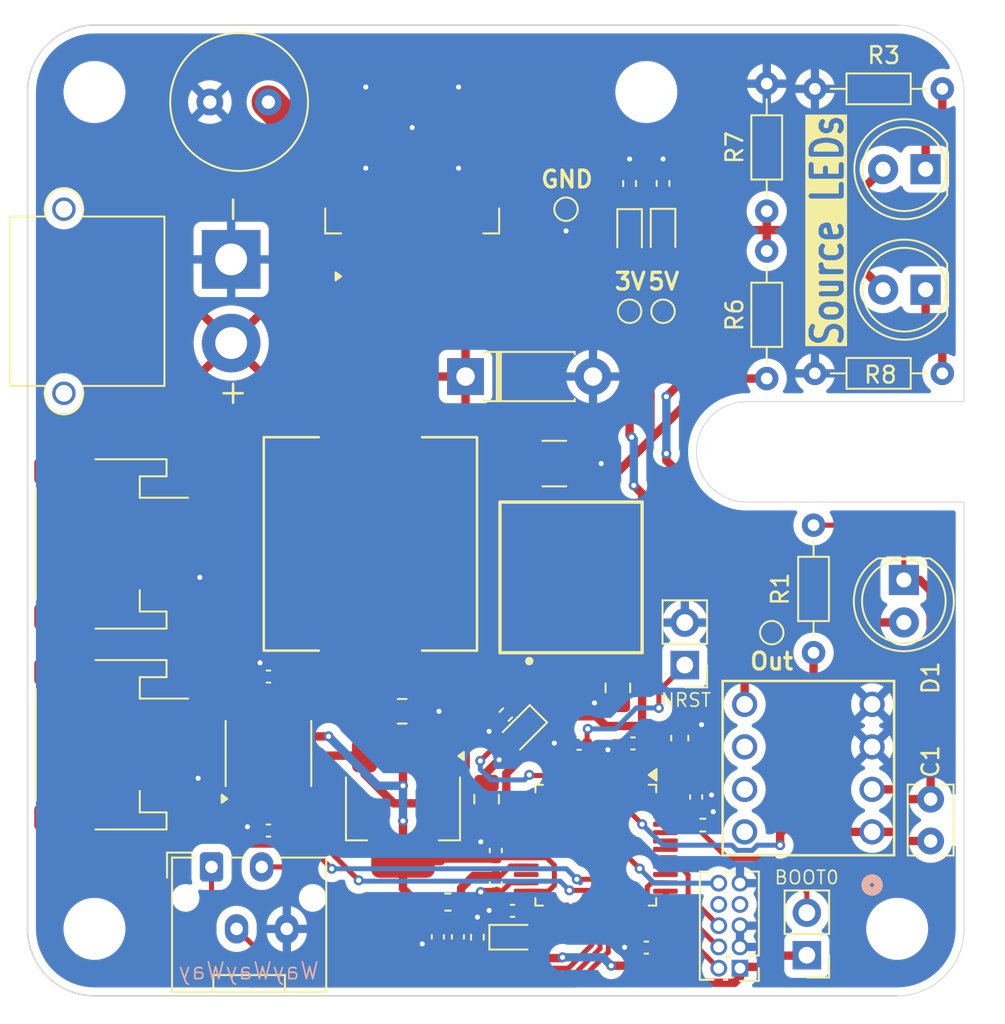
<source format=kicad_pcb>
(kicad_pcb (version 20241229) (generator "pcbnew") (generator_version "9.0")
  (layers (0 "F.Cu" signal) (2 "B.Cu" power) (13 "F.Paste" user) (15 "B.Paste" user) (5 "F.SilkS" user "F.Silkscreen") (7 "B.SilkS" user "B.Silkscreen") (1 "F.Mask" user) (3 "B.Mask" user) (25 "Edge.Cuts" user))
  (net 0 "")
  (net 1 "Net-(D1-K)")
  (net 2 "Output")
  (net 3 "+3.3V")
  (net 4 "GND")
  (net 5 "+3.3VA")
  (net 6 "+5V")
  (net 7 "+BATT")
  (net 8 "Net-(U4-FEEDBACK)")
  (net 9 "+4.5V")
  (net 10 "Net-(D2-K)")
  (net 11 "Net-(D3-K)")
  (net 12 "Net-(D4-K)")
  (net 13 "Net-(D5-K)")
  (net 14 "/BOOT0")
  (net 15 "/SWCLK")
  (net 16 "SWO")
  (net 17 "/SWDIO")
  (net 18 "CAN+")
  (net 19 "CAN-")
  (net 20 "UART_RX")
  (net 21 "UART_TX")
  (net 22 "UART_CL")
  (net 38 "Net-(D7-A)")
  (net 40 "FDCAN_TX")
  (net 47 "FDCAN_RX")
  (net 51 "Net-(D6-K)")
  (net 54 "Net-(D7-K)")
  (net 55 "Net-(D8-A)")
  (net 56 "Net-(D8-K)")
  (net 57 "NRST")
  (footprint "MountingHole:MountingHole_3.2mm_M3" (layer "F.Cu") (at 100 130)
    (property "Reference" "H3" (hide yes))
    (property "Value" "MountingHole")
  )
  (footprint "Capacitor_SMD:C_0402_1005Metric" (layer "F.Cu") (at 128.98 118.94 180)
    (property "Reference" "C4" (hide yes))
    (property "Value" "100n")
  )
  (footprint "Package_QFP:LQFP-48_7x7mm_P0.5mm" (layer "F.Cu") (at 129.98 125 -90)
    (property "Reference" "U2" (hide yes))
    (property "Value" "STM32G431CBT6")
  )
  (footprint "TestPoint:TestPoint_Pad_D1.0mm" (layer "F.Cu") (at 132 93.1)
    (property "Reference" "TP1" (hide yes))
    (property "Value" "TestPoint")
  )
  (footprint "Spec:WE-XHMI_8080" (layer "F.Cu") (at 128.5 109 90)
    (property "Reference" "L2" (hide yes))
    (property "Value" "20u")
  )
  (footprint "TestPoint:TestPoint_Pad_D1.0mm" (layer "F.Cu") (at 128.2 87)
    (property "Reference" "TP4" (hide yes))
    (property "Value" "TestPoint")
  )
  (footprint "Connector_AMASS:AMASS_XT30PW-M_1x02_P2.50mm_Horizontal" (layer "F.Cu") (at 108.175 90 90)
    (property "Reference" "J7" (hide yes))
    (property "Value" "Conn_01x02_Pin")
  )
  (footprint "Capacitor_THT:C_Radial_D8.0mm_H11.5mm_P3.50mm" (layer "F.Cu") (at 110.4 80.6 180)
    (property "Reference" "C14" (hide yes))
    (property "Value" "100u")
  )
  (footprint "Capacitor_SMD:C_0402_1005Metric" (layer "F.Cu") (at 133 131.12 180)
    (property "Reference" "C6" (hide yes))
    (property "Value" "100n")
  )
  (footprint "Package_SO:SOIC-8_3.9x4.9mm_P1.27mm" (layer "F.Cu") (at 110.405 119.525 90)
    (property "Reference" "U3" (hide yes))
    (property "Value" "TCAN1057AEV-Q1")
  )
  (footprint "Connector_JST:JST_PH_S3B-PH-SM4-TB_1x03-1MP_P2.00mm_Horizontal" (layer "F.Cu") (at 101 107 -90)
    (property "Reference" "J4" (hide yes))
    (property "Value" "Conn_01x03_Socket")
  )
  (footprint "LED_THT:LED_D5.0mm" (layer "F.Cu") (at 149.7 91.81 180)
    (property "Reference" "D6" (hide yes))
    (property "Value" "UV5TZ-390-15")
  )
  (footprint "LED_THT:LED_D5.0mm" (layer "F.Cu") (at 148.4 109.15 -90)
    (property "Reference" "D1")
    (property "Value" "MTD5052W")
  )
  (footprint "Resistor_THT:R_Axial_DIN0204_L3.6mm_D1.6mm_P7.62mm_Horizontal" (layer "F.Cu") (at 140.2 87.12 90)
    (property "Reference" "R7")
    (property "Value" "10k")
  )
  (footprint "Resistor_SMD:R_0402_1005Metric" (layer "F.Cu") (at 136.38 123.8)
    (property "Reference" "R2" (hide yes))
    (property "Value" "10k")
  )
  (footprint "Capacitor_SMD:C_0603_1608Metric" (layer "F.Cu") (at 135 118.6 90)
    (property "Reference" "C2" (hide yes))
    (property "Value" "10u")
  )
  (footprint "Capacitor_SMD:C_0805_2012Metric" (layer "F.Cu") (at 118.4 117)
    (property "Reference" "C17" (hide yes))
    (property "Value" "10u")
  )
  (footprint "Resistor_THT:R_Axial_DIN0204_L3.6mm_D1.6mm_P7.62mm_Horizontal" (layer "F.Cu") (at 150.7 79.81 180)
    (property "Reference" "R3")
    (property "Value" "FILL ME")
  )
  (footprint "MountingHole:MountingHole_3.2mm_M3" (layer "F.Cu") (at 148 130)
    (property "Reference" "H4" (hide yes))
    (property "Value" "MountingHole")
  )
  (footprint "TestPoint:TestPoint_Pad_D1.0mm" (layer "F.Cu") (at 134 93.1)
    (property "Reference" "TP2" (hide yes))
    (property "Value" "TestPoint")
  )
  (footprint "Resistor_SMD:R_0402_1005Metric" (layer "F.Cu") (at 134 85.4625 90)
    (property "Reference" "R4" (hide yes))
    (property "Value" "2.2k")
  )
  (footprint "TestPoint:TestPoint_Pad_D1.0mm" (layer "F.Cu") (at 140.5 112.3)
    (property "Reference" "TP3" (hide yes))
    (property "Value" "TestPoint")
  )
  (footprint "Capacitor_SMD:C_0402_1005Metric" (layer "F.Cu") (at 121.73375 130.48 -90)
    (property "Reference" "C10" (hide yes))
    (property "Value" "1u")
  )
  (footprint "Inductor_SMD:L_0603_1608Metric" (layer "F.Cu") (at 121.13375 128.4 180)
    (property "Reference" "FB1" (hide yes))
    (property "Value" "120R")
  )
  (footprint "Spec:DR125" (layer "F.Cu") (at 116.5 107 -90)
    (property "Reference" "L1" (hide yes))
    (property "Value" "330u")
  )
  (footprint "Connector_PinHeader_1.27mm:PinHeader_2x05_P1.27mm_Vertical" (layer "F.Cu") (at 138.6 132.35 180)
    (property "Reference" "J3" (hide yes))
    (property "Value" "Conn_ARM_JTAG_SWD_10")
  )
  (footprint "Package_TO_SOT_SMD:TO-263-5_TabPin6" (layer "F.Cu") (at 119 83.625 90)
    (property "Reference" "U4" (hide yes))
    (property "Value" "TL2575-05IKTTR")
  )
  (footprint "Spec:CONN8_1-2199298-2_TEC" (layer "F.Cu") (at 146.5001 124.2051 90)
    (property "Reference" "U1" (hide yes))
    (property "Value" "LM358N/NOPB")
  )
  (footprint "Connector_JST:JST_ZE_S04B-ZESK-2D_1x04_P1.50mm_Horizontal" (layer "F.Cu") (at 107 126.3)
    (property "Reference" "J6" (hide yes))
    (property "Value" "Conn_01x04_Socket")
  )
  (footprint "LED_THT:LED_D5.0mm" (layer "F.Cu") (at 149.7 84.61 180)
    (property "Reference" "D2" (hide yes))
    (property "Value" "UV5TZ-390-15")
  )
  (footprint "Package_TO_SOT_SMD:SOT-223-3_TabPin2" (layer "F.Cu") (at 118.45 122.8 -90)
    (property "Reference" "U5" (hide yes))
    (property "Value" "AMS1117-3.3")
  )
  (footprint "Capacitor_SMD:C_0402_1005Metric" (layer "F.Cu") (at 132.2 118.92 180)
    (property "Reference" "C5" (hide yes))
    (property "Value" "100n")
  )
  (footprint "Capacitor_SMD:C_0402_1005Metric" (layer "F.Cu") (at 120.53375 130.48 -90)
    (property "Reference" "C11" (hide yes))
    (property "Value" "1u")
  )
  (footprint "Resistor_THT:R_Axial_DIN0204_L3.6mm_D1.6mm_P7.62mm_Horizontal" (layer "F.Cu") (at 150.7 96.81 180)
    (property "Reference" "R8")
    (property "Value" "FILL ME")
  )
  (footprint "Capacitor_SMD:C_0402_1005Metric" (layer "F.Cu") (at 124 127.32 -90)
    (property "Reference" "C9" (hide yes))
    (property "Value" "10n")
  )
  (footprint "Capacitor_SMD:C_0805_2012Metric" (layer "F.Cu") (at 123.45 122.25 90)
    (property "Reference" "C18" (hide yes))
    (property "Value" "22u")
  )
  (footprint "MountingHole:MountingHole_3.2mm_M3" (layer "F.Cu") (at 133 80)
    (property "Reference" "H2" (hide yes))
    (property "Value" "MountingHole")
  )
  (footprint "Capacitor_THT:C_Rect_L4.0mm_W2.5mm_P2.50mm" (layer "F.Cu") (at 150 122.25 -90)
    (property "Reference" "C1")
    (property "Value" "10n")
  )
  (footprint "Diode_THT:D_DO-41_SOD81_P7.62mm_Horizontal" (layer "F.Cu") (at 122.19 97)
    (property "Reference" "D3" (hide yes))
    (property "Value" "1N5819")
  )
  (footprint "Capacitor_SMD:C_0805_2012Metric" (layer "F.Cu") (at 131.3 115.6 -90)
    (property "Reference" "C16" (hide yes))
    (property "Value" "100u")
  )
  (footprint "LED_SMD:LED_0603_1608Metric" (layer "F.Cu") (at 125.1 130.5)
    (property "Reference" "D8" (hide yes))
    (property "Value" "GREEN")
  )
  (footprint "Connector_PinHeader_2.54mm:PinHeader_1x02_P2.54mm_Vertical" (layer "F.Cu") (at 135.3 114.24 180)
    (property "Reference" "J1" (hide yes))
    (property "Value" "Conn_01x02_Pin")
  )
  (footprint "MountingHole:MountingHole_3.2mm_M3" (layer "F.Cu") (at 100 80)
    (property "Reference" "H1" (hide yes))
    (property "Value" "MountingHole")
  )
  (footprint "Capacitor_SMD:C_1210_3225Metric" (layer "F.Cu") (at 127.5 102.2)
    (property "Reference" "C15" (hide yes))
    (property "Value" "330u")
  )
  (footprint "Resistor_SMD:R_0402_1005Metric" (layer "F.Cu") (at 124.6 117.2 -135)
    (property "Reference" "R9" (hide yes))
    (property "Value" "2.2k")
  )
  (footprint "Capacitor_SMD:C_0402_1005Metric" (layer "F.Cu") (at 125 128.92 180)
    (property "Reference" "C8" (hide yes))
    (property "Value" "100n")
  )
  (footprint "Resistor_SMD:R_0402_1005Metric" (layer "F.Cu") (at 122.9 130.5 -90)
    (property "Reference" "R10" (hide yes))
    (property "Value" "2.2k")
  )
  (footprint "LED_SMD:LED_0603_1608Metric" (layer "F.Cu") (at 134 88.4625 -90)
    (property "Reference" "D4" (hide yes))
    (property "Value" "GREEN")
  )
  (footprint "Resistor_SMD:R_0402_1005Metric" (layer "F.Cu") (at 132 85.4725 90)
    (property "Reference" "R5" (hide yes))
    (property "Value" "2.2k")
  )
  (footprint "LED_SMD:LED_0603_1608Metric" (layer "F.Cu") (at 125.5 118.2 -135)
    (property "Reference" "D7" (hide yes))
    (property "Value" "GREEN")
  )
  (footprint "Capacitor_SMD:C_0402_1005Metric" (layer "F.Cu") (at 110.405 124.125 180)
    (property "Reference" "C12" (hide yes))
    (property "Value" "1u")
  )
  (footprint "Resistor_THT:R_Axial_DIN0204_L3.6mm_D1.6mm_P7.62mm_Horizontal" (layer "F.Cu") (at 140.2 97.12 90)
    (property "Reference" "R6")
    (property "Value" "1.1k")
  )
  (footprint "Connector_PinHeader_2.54mm:PinHeader_1x02_P2.54mm_Vertical" (layer "F.Cu") (at 142.6 131.575 180)
    (property "Reference" "J2" (hide yes))
    (property "Value" "Conn_01x02_Pin")
  )
  (footprint "Resistor_THT:R_Axial_DIN0204_L3.6mm_D1.6mm_P7.62mm_Horizontal" (layer "F.Cu") (at 143 105.88 -90)
    (property "Reference" "R1")
    (property "Value" "100k")
  )
  (footprint "Capacitor_SMD:C_0402_1005Metric" (layer "F.Cu") (at 135.98 122.12 -90)
    (property "Reference" "C3" (hide yes))
    (property "Value" "100n")
  )
  (footprint "LED_SMD:LED_0603_1608Metric" (layer "F.Cu") (at 132 88.4825 -90)
    (property "Reference" "D5" (hide yes))
    (property "Value" "GREEN")
  )
  (footprint "Capacitor_SMD:C_0402_1005Metric" (layer "F.Cu") (at 124 125.32 90)
    (property "Reference" "C7" (hide yes))
    (property "Value" "100n")
  )
  (footprint "Capacitor_SMD:C_0402_1005Metric" (layer "F.Cu") (at 110.405 114.925 180)
    (property "Reference" "C13" (hide yes))
    (property "Value" "1u")
  )
  (footprint "Connector_JST:JST_PH_S3B-PH-SM4-TB_1x03-1MP_P2.00mm_Horizontal" (layer "F.Cu") (at 101 119 -90)
    (property "Reference" "J5" (hide yes))
    (property "Value" "Conn_01x03_Socket")
  )
  (gr_line (start 139 104.5) (end 152 104.5) (stroke (width 0.05)) (layer "Edge.Cuts"))
  (gr_line (start 96 130) (end 96 80) (stroke (width 0.1)) (layer "Edge.Cuts"))
  (gr_line (start 100 134) (end 148 134) (stroke (width 0.1)) (layer "Edge.Cuts"))
  (gr_line (start 152 130) (end 152 104.5) (stroke (width 0.05)) (layer "Edge.Cuts"))
  (gr_line (start 100 76) (end 148 76) (stroke (width 0.1)) (layer "Edge.Cuts"))
  (gr_arc (start 139 104.5) (mid 136 101.5) (end 139 98.5) (stroke (width 0.05)) (layer "Edge.Cuts"))
  (gr_arc (start 148 76) (mid 150.828427 77.171573) (end 152 80) (stroke (width 0.05)) (layer "Edge.Cuts"))
  (gr_arc (start 152 130) (mid 150.828427 132.828427) (end 148 134) (stroke (width 0.05)) (layer "Edge.Cuts"))
  (gr_line (start 152 98.5) (end 152 80) (stroke (width 0.05)) (layer "Edge.Cuts"))
  (gr_line (start 139 98.5) (end 152 98.5) (stroke (width 0.05)) (layer "Edge.Cuts"))
  (gr_arc (start 100 134) (mid 97.171573 132.828427) (end 96 130) (stroke (width 0.1)) (layer "Edge.Cuts"))
  (gr_arc (start 96 80) (mid 97.171573 77.171573) (end 100 76) (stroke (width 0.1)) (layer "Edge.Cuts"))
  (gr_text "BOOT0" (at 140.6 127.4 0) (layer "F.SilkS") (effects (font (size 0.8 0.8) (thickness 0.1)) (justify left bottom)))
  (gr_text "GND" (at 126.6 85.8 0) (layer "F.SilkS") (effects (font (size 1 1) (thickness 0.2) (bold yes)) (justify left bottom)))
  (gr_text "Out" (at 139.1 114.6 0) (layer "F.SilkS") (effects (font (size 1 1) (thickness 0.2) (bold yes)) (justify left bottom)))
  (gr_text "Source LEDs" (at 144.89 95.31 90) (layer "F.SilkS" knockout) (effects (font (size 1.8 1.46) (thickness 0.3)) (justify left bottom)))
  (gr_text "3V" (at 131 91.9 0) (layer "F.SilkS") (effects (font (size 1 1) (thickness 0.2) (bold yes)) (justify left bottom)))
  (gr_text "NRST" (at 133.8 116.8 0) (layer "F.SilkS") (effects (font (size 0.8 0.8) (thickness 0.1)) (justify left bottom)))
  (gr_text "5V" (at 133 91.9 0) (layer "F.SilkS") (effects (font (size 1 1) (thickness 0.2) (bold yes)) (justify left bottom)))
  (gr_text "WayWayWay" (at 113.5 133.1 0) (layer "B.SilkS") (effects (font (size 1 1) (thickness 0.1)) (justify left bottom mirror)))
  (segment (start 147.8651 121.6651) (end 148.45 122.25) (width 0.5) (layer "F.Cu") (net 1))
  (segment (start 148.4 107) (end 147.28 105.88) (width 0.3) (layer "F.Cu") (net 1))
  (segment (start 147.28 105.88) (end 143 105.88) (width 0.3) (layer "F.Cu") (net 1))
  (segment (start 150 122.25) (end 150 109.8) (width 0.5) (layer "F.Cu") (net 1))
  (segment (start 149.35 109.15) (end 148.4 109.15) (width 0.5) (layer "F.Cu") (net 1))
  (segment (start 148.45 122.25) (end 150 122.25) (width 0.5) (layer "F.Cu") (net 1))
  (segment (start 148.4 109.15) (end 148.4 107) (width 0.3) (layer "F.Cu") (net 1))
  (segment (start 146.5001 121.6651) (end 147.8651 121.6651) (width 0.5) (layer "F.Cu") (net 1))
  (segment (start 150 109.8) (end 149.35 109.15) (width 0.5) (layer "F.Cu") (net 1))
  (segment (start 146.5001 124.2051) (end 144.9051 124.2051) (width 0.5) (layer "F.Cu") (net 2))
  (segment (start 144.9051 124.2051) (end 143 122.3) (width 0.5) (layer "F.Cu") (net 2))
  (segment (start 140.5 112.3) (end 140.5 113.2) (width 0.5) (layer "F.Cu") (net 2))
  (segment (start 143 122.3) (end 143 115.7) (width 0.5) (layer "F.Cu") (net 2))
  (segment (start 130.73 121.73) (end 132.75 123.75) (width 0.3) (layer "F.Cu") (net 2))
  (segment (start 148.45 124.75) (end 150 124.75) (width 0.5) (layer "F.Cu") (net 2))
  (segment (start 147.9051 124.2051) (end 148.45 124.75) (width 0.5) (layer "F.Cu") (net 2))
  (segment (start 146.5001 124.2051) (end 147.9051 124.2051) (width 0.5) (layer "F.Cu") (net 2))
  (segment (start 130.73 120.8375) (end 130.73 121.73) (width 0.3) (layer "F.Cu") (net 2))
  (segment (start 141 124.3) (end 141 125) (width 0.5) (layer "F.Cu") (net 2))
  (segment (start 140.5 113.2) (end 143 115.7) (width 0.5) (layer "F.Cu") (net 2))
  (segment (start 143 122.3) (end 141 124.3) (width 0.5) (layer "F.Cu") (net 2))
  (segment (start 143 115.7) (end 143 113.5) (width 0.5) (layer "F.Cu") (net 2))
  (via (at 141 125) (size 0.6) (drill 0.3) (layers "F.Cu" "B.Cu") (net 2))
  (via (at 132.75 123.75) (size 0.6) (drill 0.3) (layers "F.Cu" "B.Cu") (net 2))
  (segment (start 138.113709 125) (end 138.422808 125.309099) (width 0.3) (layer "B.Cu") (net 2))
  (segment (start 139.337392 125.309099) (end 139.646491 125) (width 0.3) (layer "B.Cu") (net 2))
  (segment (start 138.422808 125.309099) (end 139.337392 125.309099) (width 0.3) (layer "B.Cu") (net 2))
  (segment (start 139.646491 125) (end 141 125) (width 0.3) (layer "B.Cu") (net 2))
  (segment (start 134 125) (end 138.113709 125) (width 0.3) (layer "B.Cu") (net 2))
  (segment (start 132.75 123.75) (end 134 125) (width 0.3) (layer "B.Cu") (net 2))
  (segment (start 135.68 121.64) (end 135.98 121.64) (width 0.3) (layer "F.Cu") (net 3))
  (segment (start 135 120.08) (end 135.98 121.06) (width 0.5) (layer "F.Cu") (net 3))
  (segment (start 132 100.5) (end 132 89.27) (width 0.5) (layer "F.Cu") (net 3))
  (segment (start 125.8175 127.75) (end 127.15 127.75) (width 0.3) (layer "F.Cu") (net 3))
  (segment (start 112.31 118.31) (end 112.5 118.5) (width 0.5) (layer "F.Cu") (net 3))
  (segment (start 130.9 132.2) (end 133.1 132.2) (width 0.5) (layer "F.Cu") (net 3))
  (segment (start 120.53375 128.5875) (end 120.34625 128.4) (width 0.5) (layer "F.Cu") (net 3))
  (segment (start 133.48 130.8) (end 133.48 131.12) (width 0.3) (layer "F.Cu") (net 3))
  (segment (start 138.6 132.9) (end 138.6 132.27) (width 0.5) (layer "F.Cu") (net 3))
  (segment (start 112.31 115.51) (end 111.725 114.925) (width 0.5) (layer "F.Cu") (net 3))
  (segment (start 118.45 125.95) (end 120.7 125.95) (width 0.5) (layer "F.Cu") (net 3))
  (segment (start 120.53375 130) (end 120.53375 128.5875) (width 0.5) (layer "F.Cu") (net 3))
  (segment (start 127.5 127.4) (end 127.5 126.2) (width 0.3) (layer "F.Cu") (net 3))
  (segment (start 132.25 103.5) (end 132.75 104) (width 0.5) (layer "F.Cu") (net 3))
  (segment (start 118.45 127.59625) (end 118.876875 128.023125) (width 0.5) (layer "F.Cu") (net 3))
  (segment (start 135.98 121.06) (end 135.98 121.64) (width 0.5) (layer "F.Cu") (net 3))
  (segment (start 134.1425 122.25) (end 135.07 122.25) (width 0.3) (layer "F.Cu") (net 3))
  (segment (start 112.31 117.05) (end 112.31 115.51) (width 0.5) (layer "F.Cu") (net 3))
  (segment (start 118.8 131.2) (end 119.35 131.75) (width 0.5) (layer "F.Cu") (net 3))
  (segment (start 125.8175 125.75) (end 124.05 125.75) (width 0.3) (layer "F.Cu") (net 3))
  (segment (start 124.63 122.02) (end 124.63 120.709339) (width 0.5) (layer "F.Cu") (net 3))
  (segment (start 118.876875 128.023125) (end 119.25375 128.4) (width 0.5) (layer "F.Cu") (net 3))
  (segment (start 112.31 117.05) (end 112.31 118.31) (width 0.5) (layer "F.Cu") (net 3))
  (segment (start 119.35 131.75) (end 127.94038 131.75) (width 0.5) (layer "F.Cu") (net 3))
  (segment (start 125.48 128.92) (end 125.48 128.0875) (width 0.3) (layer "F.Cu") (net 3))
  (segment (start 133.48 131.82) (end 133.48 131.12) (width 0.5) (layer "F.Cu") (net 3))
  (segment (start 127.15 127.75) (end 127.5 127.4) (width 0.3) (layer "F.Cu") (net 3))
  (segment (start 135.07 122.25) (end 135.68 121.64) (width 0.3) (layer "F.Cu") (net 3))
  (segment (start 132.73 120.8375) (end 132.73 118.97) (width 0.3) (layer "F.Cu") (net 3))
  (segment (start 132.73 118.97) (end 132.68 118.92) (width 0.3) (layer "F.Cu") (net 3))
  (segment (start 127.05 125.75) (end 125.8175 125.75) (width 0.3) (layer "F.Cu") (net 3))
  (segment (start 119.25375 128.4) (end 120.34625 128.4) (width 0.5) (layer "F.Cu") (net 3))
  (segment (start 112.5 118.5) (end 114 118.5) (width 0.5) (layer "F.Cu") (net 3))
  (segment (start 134.175 119.375) (end 132.68 117.88) (width 0.5) (layer "F.Cu") (net 3))
  (segment (start 132.125 100.625) (end 132 100.5) (width 0.5) (layer "F.Cu") (net 3))
  (segment (start 124 125.8) (end 120.85 125.8) (width 0.5) (layer "F.Cu") (net 3))
  (segment (start 135 119.375) (end 134.175 119.375) (width 0.5) (layer "F.Cu") (net 3))
  (segment (start 132.68 117.88) (end 130.58 117.88) (width 0.5) (layer "F.Cu") (net 3))
  (segment (start 133.1 132.2) (end 134.12 133.22) (width 0.5) (layer "F.Cu") (net 3))
  (segment (start 132.73 129.1625) (end 132.73 130.05) (width 0.3) (layer "F.Cu") (net 3))
  (segment (start 140.7 131.6) (end 142.4 131.6) (width 0.5) (layer "F.Cu") (net 3))
  (segment (start 120.85 125.8) (end 120.7 125.95) (width 0.5) (layer "F.Cu") (net 3))
  (segment (start 135 119.375) (end 135 120.08) (width 0.5) (layer "F.Cu") (net 3))
  (segment (start 134.12 133.22) (end 138.28 133.22) (width 0.5) (layer "F.Cu") (net 3))
  (segment (start 132.68 117.88) (end 132.68 118.92) (width 0.5) (layer "F.Cu") (net 3))
  (segment (start 128.039339 117.3) (end 130 117.3) (width 0.5) (layer "F.Cu") (net 3))
  (segment (start 133.1 132.2) (end 133.48 131.82) (width 0.5) (layer "F.Cu") (net 3))
  (segment (start 132.75 117.81) (end 132.68 117.88) (width 0.5) (layer "F.Cu") (net 3))
  (segment (start 140.03 132.27) (end 140.7 131.6) (width 0.5) (layer "F.Cu") (net 3))
  (segment (start 118.8 128.1) (end 118.8 131.2) (width 0.5) (layer "F.Cu") (net 3))
  (segment (start 118.45 121.45) (end 118.45 119.65) (width 0.5) (layer "F.Cu") (net 3))
  (segment (start 118.45 125.95) (end 118.45 127.59625) (width 0.5) (layer "F.Cu") (net 3))
  (segment (start 132.75 104) (end 132.75 117.81) (width 0.5) (layer "F.Cu") (net 3))
  (segment (start 127.94038 131.75) (end 127.99038 131.7) (width 0.5) (layer "F.Cu") (net 3))
  (segment (start 138.6 132.27) (end 140.03 132.27) (width 0.5) (layer "F.Cu") (net 3))
  (segment (start 130.58 117.88) (end 130 117.3) (width 0.5) (layer "F.Cu") (net 3))
  (segment (start 124.63 120.709339) (end 128.039339 117.3) (width 0.5) (layer "F.Cu") (net 3))
  (segment (start 125.48 128.0875) (end 125.8175 127.75) (width 0.3) (layer "F.Cu") (net 3))
  (segment (start 118.876875 128.023125) (end 118.8 128.1) (width 0.5) (layer "F.Cu") (net 3))
  (segment (start 111.725 114.925) (end 110.885 114.925) (width 0.5) (layer "F.Cu") (net 3))
  (segment (start 123.45 123.2) (end 124.63 122.02) (width 0.5) (layer "F.Cu") (net 3))
  (segment (start 138.28 133.22) (end 138.6 132.9) (width 0.5) (layer "F.Cu") (net 3))
  (segment (start 127.5 126.2) (end 127.05 125.75) (width 0.3) (layer "F.Cu") (net 3))
  (segment (start 120.7 125.95) (end 123.45 123.2) (width 0.5) (layer "F.Cu") (net 3))
  (segment (start 118.45 123.55) (end 118.45 125.95) (width 0.5) (layer "F.Cu") (net 3))
  (segment (start 132.73 130.05) (end 133.48 130.8) (width 0.3) (layer "F.Cu") (net 3))
  (via (at 127.99038 131.7) (size 0.6) (drill 0.3) (layers "F.Cu" "B.Cu") (net 3))
  (via (at 132.125 100.625) (size 0.6) (drill 0.3) (layers "F.Cu" "B.Cu") (net 3))
  (via (at 118.45 121.45) (size 0.6) (drill 0.3) (layers "F.Cu" "B.Cu") (net 3))
  (via (at 118.45 123.55) (size 0.6) (drill 0.3) (layers "F.Cu" "B.Cu") (net 3))
  (via (at 130.9 132.2) (size 0.6) (drill 0.3) (layers "F.Cu" "B.Cu") (net 3))
  (via (at 114 118.5) (size 0.6) (drill 0.3) (layers "F.Cu" "B.Cu") (net 3))
  (via (at 132.25 103.5) (size 0.6) (drill 0.3) (layers "F.Cu" "B.Cu") (net 3))
  (segment (start 116.95 121.45) (end 114 118.5) (width 0.5) (layer "B.Cu") (net 3))
  (segment (start 118.45 121.45) (end 116.95 121.45) (width 0.5) (layer "B.Cu") (net 3))
  (segment (start 132.25 100.75) (end 132.25 103.5) (width 0.5) (layer "B.Cu") (net 3))
  (segment (start 118.45 121.45) (end 118.45 123.55) (width 0.5) (layer "B.Cu") (net 3))
  (segment (start 127.99038 131.7) (end 130.4 131.7) (width 0.5) (layer "B.Cu") (net 3))
  (segment (start 132.125 100.625) (end 132.25 100.75) (width 0.5) (layer "B.Cu") (net 3))
  (segment (start 130.4 131.7) (end 130.9 132.2) (width 0.5) (layer "B.Cu") (net 3))
  (segment (start 124.05 127.63) (end 124 127.68) (width 0.3) (layer "F.Cu") (net 4))
  (segment (start 109.925 124.125) (end 109.375 124.125) (width 0.5) (layer "F.Cu") (net 4))
  (segment (start 122.9 129.99) (end 122.9 129.3) (width 0.5) (layer "F.Cu") (net 4))
  (segment (start 124.93 125.25) (end 124.52 124.84) (width 0.3) (layer "F.Cu") (net 4))
  (segment (start 124.87 127.25) (end 124.32 127.8) (width 0.3) (layer "F.Cu") (net 4))
  (segment (start 123.45 121.3) (end 123.45 120.65) (width 0.5) (layer "F.Cu") (net 4))
  (segment (start 121.73375 130.96) (end 120.53375 130.96) (width 0.5) (layer "F.Cu") (net 4))
  (segment (start 131.72 131.12) (end 132.52 131.12) (width 0.3) (layer "F.Cu") (net 4))
  (segment (start 127.54 118.94) (end 127.5 118.9) (width 0.5) (layer "F.Cu") (net 4))
  (segment (start 124.239376 117.560624) (end 123.6 118.2) (width 0.3) (layer "F.Cu") (net 4))
  (segment (start 130.7 119.3) (end 131.08 118.92) (width 0.5) (layer "F.Cu") (net 4))
  (segment (start 109.925 114.925) (end 109.925 114.125) (width 0.5) (layer "F.Cu") (net 4))
  (segment (start 124 127.68) (end 124.18 127.68) (width 0.3) (layer "F.Cu") (net 4))
  (segment (start 132.23 130.257106) (end 132.52 130.547106) (width 0.3) (layer "F.Cu") (net 4))
  (segment (start 132.23 129.1625) (end 132.23 130.257106) (width 0.3) (layer "F.Cu") (net 4))
  (segment (start 103.85 109) (end 106.3 109) (width 0.5) (layer "F.Cu") (net 4))
  (segment (start 122.4 85.175) (end 121.775 84.55) (width 0.5) (layer "F.Cu") (net 4))
  (segment (start 135.98 122.6) (end 136.3 122.6) (width 0.3) (layer "F.Cu") (net 4))
  (segment (start 108.5 115.5) (end 109.075 114.925) (width 0.5) (layer "F.Cu") (net 4))
  (segment (start 135.83 122.75) (end 135.98 122.6) (width 0.3) (layer "F.Cu") (net 4))
  (segment (start 129.95 116.55) (end 129.9 116.5) (width 0.5) (layer "F.Cu") (net 4))
  (segment (start 123.14 124.84) (end 123.1 124.8) (width 0.3) (layer "F.Cu") (net 4))
  (segment (start 103.85 121) (end 106.2 121) (width 0.5) (layer "F.Cu") (net 4))
  (segment (start 108.5 117.05) (end 108.5 115.5) (width 0.5) (layer "F.Cu") (net 4))
  (segment (start 122.4 91.275) (end 122.4 85.175) (width 0.5) (layer "F.Cu") (net 4))
  (segment (start 119.66 130.96) (end 119.6 130.9) (width 0.5) (layer "F.Cu") (net 4))
  (segment (start 120.75 119.65) (end 120.75 118.4) (width 0.5) (layer "F.Cu") (net 4))
  (segment (start 128.2 87) (end 128.2 88.3) (width 0.5) (layer "F.Cu") (net 4))
  (segment (start 136.89 123.11) (end 136.89 123.8) (width 0.5) (layer "F.Cu") (net 4))
  (segment (start 109.925 114.125) (end 109.9 114.1) (width 0.5) (layer "F.Cu") (net 4))
  (segment (start 109.77 122) (end 109.77 123.97) (width 0.5) (layer "F.Cu") (net 4))
  (segment (start 128.975 102.2) (end 130.3 102.2) (width 0.5) (layer "F.Cu") (net 4))
  (segment (start 134.1425 122.75) (end 135.83 122.75) (width 0.3) (layer "F.Cu") (net 4))
  (segment (start 131.7 131.1) (end 131.72 131.12) (width 0.3) (layer "F.Cu") (net 4))
  (segment (start 120.75 118.4) (end 119.35 117) (width 0.5) (layer "F.Cu") (net 4))
  (segment (start 132 84.9625) (end 132 84) (width 0.5) (layer "F.Cu") (net 4))
  (segment (start 131.3 116.55) (end 129.95 116.55) (width 0.5) (layer "F.Cu") (net 4))
  (segment (start 109.075 114.925) (end 109.925 114.925) (width 0.5) (layer "F.Cu") (net 4))
  (segment (start 125.8175 127.25) (end 124.87 127.25) (width 0.3) (layer "F.Cu") (net 4))
  (segment (start 109.77 123.97) (end 109.925 124.125) (width 0.5) (layer "F.Cu") (net 4))
  (segment (start 137 123) (end 136.89 123.11) (width 0.5) (layer "F.Cu") (net 4))
  (segment (start 135 117.825) (end 136.275 117.825) (width 0.3) (layer "F.Cu") (net 4))
  (segment (start 124.52 124.84) (end 124 124.84) (width 0.3) (layer "F.Cu") (net 4))
  (segment (start 124 127.8) (end 123.1 127.8) (width 0.5) (layer "F.Cu") (net 4))
  (segment (start 120.53375 130.96) (end 119.66 130.96) (width 0.5) (layer "F.Cu") (net 4))
  (segment (start 125.8175 125.25) (end 124.93 125.25) (width 0.3) (layer "F.Cu") (net 4))
  (segment (start 123.62 128.92) (end 123.6 128.9) (width 0.5) (layer "F.Cu") (net 4))
  (segment (start 119.35 117) (end 120.6 117) (width 0.5) (layer "F.Cu") (net 4))
  (segment (start 124 124.84) (end 123.14 124.84) (width 0.3) (layer "F.Cu") (net 4))
  (segment (start 134 84.9525) (end 134 84) (width 0.5) (layer "F.Cu") (net 4))
  (segment (start 124.52 128.92) (end 123.62 128.92) (width 0.5) (layer "F.Cu") (net 4))
  (segment (start 128.5 118.94) (end 127.54 118.94) (width 0.5) (layer "F.Cu") (net 4))
  (segment (start 109.375 124.125) (end 109.15 123.9) (width 0.5) (layer "F.Cu") (net 4))
  (segment (start 131.08 118.92) (end 131.72 118.92) (width 0.5) (layer "F.Cu") (net 4))
  (segment (start 123.45 120.65) (end 124.2 119.9) (width 0.5) (layer "F.Cu") (net 4))
  (segment (start 136.3 122.6) (end 136.9 122) (width 0.3) (layer "F.Cu") (net 4))
  (segment (start 136.275 117.825) (end 136.3 117.8) (width 0.3) (layer "F.Cu") (net 4))
  (segment (start 119 91.275) (end 119 82.125) (width 0.5) (layer "F.Cu") (net 4))
  (segment (start 132.52 130.547106) (end 132.52 131.12) (width 0.3) (layer "F.Cu") (net 4))
  (via (at 119 82.125) (size 0.6) (drill 0.3) (layers "F.Cu" "B.Cu") (net 4))
  (via (at 120.6 117) (size 0.6) (drill 0.3) (layers "F.Cu" "B.Cu") (net 4))
  (via (at 123.1 127.8) (size 0.6) (drill 0.3) (layers "F.Cu" "B.Cu") (net 4))
  (via (at 130.3 102.2) (size 0.6) (drill 0.3) (layers "F.Cu" "B.Cu") (net 4))
  (via (at 136.3 117.8) (size 0.6) (drill 0.3) (layers "F.Cu" "B.Cu") (net 4))
  (via (at 121.775 79.7) (size 0.6) (drill 0.3) (layers "F.Cu" "B.Cu") (net 4))
  (via (at 129.9 116.5) (size 0.6) (drill 0.3) (layers "F.Cu" "B.Cu") (net 4))
  (via (at 124.2 119.9) (size 0.6) (drill 0.3) (layers "F.Cu" "B.Cu") (net 4))
  (via (at 132 84) (size 0.6) (drill 0.3) (layers "F.Cu" "B.Cu") (net 4))
  (via (at 134 84) (size 0.6) (drill 0.3) (layers "F.Cu" "B.Cu") (net 4))
  (via (at 123.1 124.8) (size 0.6) (drill 0.3) (layers "F.Cu" "B.Cu") (net 4))
  (via (at 122.9 129.3) (size 0.6) (drill 0.3) (layers "F.Cu" "B.Cu") (net 4))
  (via (at 109.9 114.1) (size 0.6) (drill 0.3) (layers "F.Cu" "B.Cu") (net 4))
  (via (at 121.775 84.55) (size 0.6) (drill 0.3) (layers "F.Cu" "B.Cu") (net 4))
  (via (at 128.2 88.3) (size 0.6) (drill 0.3) (layers "F.Cu" "B.Cu") (net 4))
  (via (at 137 123) (size 0.6) (drill 0.3) (layers "F.Cu" "B.Cu") (net 4))
  (via (at 136.9 122) (size 0.6) (drill 0.3) (layers "F.Cu" "B.Cu") (net 4))
  (via (at 119.6 130.9) (size 0.6) (drill 0.3) (layers "F.Cu" "B.Cu") (net 4))
  (via (at 127.5 118.9) (size 0.6) (drill 0.3) (layers "F.Cu" "B.Cu") (net 4))
  (via (at 116.225 84.55) (size 0.6) (drill 0.3) (layers "F.Cu" "B.Cu") (net 4))
  (via (at 106.2 121) (size 0.6) (drill 0.3) (layers "F.Cu" "B.Cu") (net 4))
  (via (at 131.7 131.1) (size 0.6) (drill 0.3) (layers "F.Cu" "B.Cu") (net 4))
  (via (at 123.6 128.9) (size 0.6) (drill 0.3) (layers "F.Cu" "B.Cu") (net 4))
  (via (at 116.225 79.7) (size 0.6) (drill 0.3) (layers "F.Cu" "B.Cu") (net 4))
  (via (at 106.3 109) (size 0.6) (drill 0.3) (layers "F.Cu" "B.Cu") (net 4))
  (via (at 123.6 118.2) (size 0.6) (drill 0.3) (layers "F.Cu" "B.Cu") (net 4))
  (via (at 130.7 119.3) (size 0.6) (drill 0.3) (layers "F.Cu" "B.Cu") (net 4))
  (via (at 109.15 123.9) (size 0.6) (drill 0.3) (layers "F.Cu" "B.Cu") (net 4))
  (segment (start 121.73375 130) (end 121.73375 128.5875) (width 0.5) (layer "F.Cu") (net 5))
  (segment (start 121.73375 128.5875) (end 121.92125 128.4) (width 0.5) (layer "F.Cu") (net 5))
  (segment (start 122.66 126.84) (end 124 126.84) (width 0.5) (layer "F.Cu") (net 5))
  (segment (start 121.92125 128.4) (end 121.92125 127.57875) (width 0.5) (layer "F.Cu") (net 5))
  (segment (start 121.92125 127.57875) (end 122.66 126.84) (width 0.5) (layer "F.Cu") (net 5))
  (segment (start 125.8175 126.25) (end 124.87 126.25) (width 0.3) (layer "F.Cu") (net 5))
  (segment (start 124.87 126.25) (end 124.28 126.84) (width 0.3) (layer "F.Cu") (net 5))
  (segment (start 111.04 123.97) (end 110.885 124.125) (width 0.5) (layer "F.Cu") (net 6))
  (segment (start 131 109) (end 131 103) (width 0.5) (layer "F.Cu") (net 6))
  (segment (start 112.415001 119.65) (end 116.15 119.65) (width 0.5) (layer "F.Cu") (net 6))
  (segment (start 134 96.25) (end 134 89.25) (width 0.5) (layer "F.Cu") (net 6))
  (segment (start 131 109) (end 131.4 109.4) (width 0.5) (layer "F.Cu") (net 6))
  (segment (start 131.4 109.4) (end 131.4 114.52) (width 0.5) (layer "F.Cu") (net 6))
  (segment (start 116.15 120.75) (end 116.15 119.65) (width 0.5) (layer "F.Cu") (net 6))
  (segment (start 111.04 122) (end 111.04 121.025001) (width 0.5) (layer "F.Cu") (net 6))
  (segment (start 123.5 116) (end 122.2 117.3) (width 0.5) (layer "F.Cu") (net 6))
  (segment (start 120.066726 122.5) (end 117.9 122.5) (width 0.5) (layer "F.Cu") (net 6))
  (segment (start 111.04 121.025001) (end 112.415001 119.65) (width 0.5) (layer "F.Cu") (net 6))
  (segment (start 117.9 122.5) (end 116.15 120.75) (width 0.5) (layer "F.Cu") (net 6))
  (segment (start 129.28 114.52) (end 127.8 116) (width 0.5) (layer "F.Cu") (net 6))
  (segment (start 122.2 120.366726) (end 120.066726 122.5) (width 0.5) (layer "F.Cu") (net 6))
  (segment (start 133.25 97) (end 134 96.25) (width 0.5) (layer "F.Cu") (net 6))
  (segment (start 136.88 97.12) (end 140.2 97.12) (width 0.5) (layer "F.Cu") (net 6))
  (segment (start 122.2 117.3) (end 122.2 120.366726) (width 0.5) (layer "F.Cu") (net 6))
  (segment (start 131 103) (end 133.25 100.75) (width 0.5) (layer "F.Cu") (net 6))
  (segment (start 111.04 122) (end 111.04 123.97) (width 0.5) (layer "F.Cu") (net 6))
  (segment (start 116.15 118.3) (end 117.45 117) (width 0.5) (layer "F.Cu") (net 6))
  (segment (start 133.25 100.75) (end 133.25 97) (width 0.5) (layer "F.Cu") (net 6))
  (segment (start 133.25 100.75) (end 136.88 97.12) (width 0.5) (layer "F.Cu") (net 6))
  (segment (start 131.4 114.52) (end 129.28 114.52) (width 0.5) (layer "F.Cu") (net 6))
  (segment (start 127.8 116) (end 123.5 116) (width 0.5) (layer "F.Cu") (net 6))
  (segment (start 116.15 119.65) (end 116.15 118.3) (width 0.5) (layer "F.Cu") (net 6))
  (segment (start 111.9 82.1) (end 111.9 88.9) (width 2) (layer "F.Cu") (net 7))
  (segment (start 110.4 80.6) (end 111.9 82.1) (width 2) (layer "F.Cu") (net 7))
  (segment (start 120.7 93.7) (end 121.025 94.025) (width 0.5) (layer "F.Cu") (net 8))
  (segment (start 125 94) (end 125.5 94.5) (width 0.5) (layer "F.Cu") (net 8))
  (segment (start 122.996878 94.025) (end 123.021878 94) (width 0.5) (layer "F.Cu") (net 8))
  (segment (start 120.7 91.275) (end 120.7 93.7) (width 0.5) (layer "F.Cu") (net 8))
  (segment (start 121.025 94.025) (end 122.996878 94.025) (width 0.5) (layer "F.Cu") (net 8))
  (segment (start 123.021878 94) (end 125 94) (width 0.5) (layer "F.Cu") (net 8))
  (segment (start 140.2 88.25) (end 140.2 87.12) (width 0.5) (layer "F.Cu") (net 9))
  (segment (start 140.2 89.5) (end 140.2 88.25) (width 0.5) (layer "F.Cu") (net 9))
  (segment (start 143.876473 111.69) (end 148.4 111.69) (width 0.5) (layer "F.Cu") (net 9))
  (segment (start 143.6 88.25) (end 143.6 88.15) (width 0.5) (layer "F.Cu") (net 9))
  (segment (start 134.2 102.013527) (end 138.893237 106.706763) (width 0.5) (layer "F.Cu") (net 9))
  (segment (start 134.2 101.6) (end 134.2 102.013527) (width 0.5) (layer "F.Cu") (net 9))
  (segment (start 147.14 84.61) (end 147.16 84.61) (width 0.5) (layer "F.Cu") (net 9))
  (segment (start 135.75 96.65) (end 134.2 98.2) (width 0.5) (layer "F.Cu") (net 9))
  (segment (start 138.65 88.25) (end 135.75 91.15) (width 0.5) (layer "F.Cu") (net 9))
  (segment (start 135.75 91.15) (end 135.75 96.65) (width 0.5) (layer "F.Cu") (net 9))
  (segment (start 138.8801 106.7199) (end 138.893237 106.706763) (width 0.5) (layer "F.Cu") (net 9))
  (segment (start 138.8801 116.5851) (end 138.8801 106.7199) (width 0.5) (layer "F.Cu") (net 9))
  (segment (start 143.6 88.15) (end 147.14 84.61) (width 0.5) (layer "F.Cu") (net 9))
  (segment (start 140.2 88.25) (end 138.65 88.25) (width 0.5) (layer "F.Cu") (net 9))
  (segment (start 138.893237 106.706763) (end 143.876473 111.69) (width 0.5) (layer "F.Cu") (net 9))
  (segment (start 143.6 88.25) (end 140.2 88.25) (width 0.5) (layer "F.Cu") (net 9))
  (segment (start 147.16 91.81) (end 143.6 88.25) (width 0.5) (layer "F.Cu") (net 9))
  (via (at 134.2 101.6) (size 0.6) (drill 0.3) (layers "F.Cu" "B.Cu") (net 9))
  (via (at 134.2 98.2) (size 0.6) (drill 0.3) (layers "F.Cu" "B.Cu") (net 9))
  (segment (start 134.2 98.2) (end 134.2 101.6) (width 0.5) (layer "B.Cu") (net 9))
  (segment (start 150.7 81.8) (end 150.7 79.81) (width 0.5) (layer "F.Cu") (net 10))
  (segment (start 149.7 84.61) (end 149.7 82.8) (width 0.5) (layer "F.Cu") (net 10))
  (segment (start 149.7 82.8) (end 150.7 81.8) (width 0.5) (layer "F.Cu") (net 10))
  (segment (start 117.3 91.275) (end 117.3 94.8) (width 0.5) (layer "F.Cu") (net 11))
  (segment (start 134 87.675) (end 134 85.9725) (width 0.5) (layer "F.Cu") (net 12))
  (segment (start 132 87.695) (end 132 85.9825) (width 0.5) (layer "F.Cu") (net 13))
  (segment (start 137.87 125.8) (end 140.6 125.8) (width 0.3) (layer "F.Cu") (net 14))
  (segment (start 135.87 123.8) (end 137.87 125.8) (width 0.3) (layer "F.Cu") (net 14))
  (segment (start 140.6 125.8) (end 142.6 127.8) (width 0.3) (layer "F.Cu") (net 14))
  (segment (start 134.1425 123.75) (end 135.82 123.75) (width 0.3) (layer "F.Cu") (net 14))
  (segment (start 142.6 127.8) (end 142.6 129.035) (width 0.3) (layer "F.Cu") (net 14))
  (segment (start 135.82 123.75) (end 135.87 123.8) (width 0.3) (layer "F.Cu") (net 14))
  (segment (start 133.055 127.49688) (end 133.055 128.095) (width 0.3) (layer "F.Cu") (net 15))
  (segment (start 133.055 128.095) (end 137.31 132.35) (width 0.3) (layer "F.Cu") (net 15))
  (segment (start 137.33 132.35) (end 137.33 132.27) (width 0.3) (layer "F.Cu") (net 15))
  (segment (start 133.30188 127.25) (end 133.055 127.49688) (width 0.3) (layer "F.Cu") (net 15))
  (segment (start 134.1425 127.25) (end 133.30188 127.25) (width 0.3) (layer "F.Cu") (net 15))
  (segment (start 137.31 132.35) (end 137.33 132.35) (width 0.3) (layer "F.Cu") (net 15))
  (segment (start 135.5 127.98) (end 135.5 126.76688) (width 0.3) (layer "F.Cu") (net 16))
  (segment (start 135.5 126.76688) (end 134.98312 126.25) (width 0.3) (layer "F.Cu") (net 16))
  (segment (start 134.98312 126.25) (end 134.1425 126.25) (width 0.3) (layer "F.Cu") (net 16))
  (segment (start 137.33 129.81) (end 135.5 127.98) (width 0.3) (layer "F.Cu") (net 16))
  (segment (start 137.33 131.08) (end 137.33 131) (width 0.3) (layer "F.Cu") (net 17))
  (segment (start 134.1425 127.75) (end 134.1425 127.9125) (width 0.3) (layer "F.Cu") (net 17))
  (segment (start 137.31 131.08) (end 137.33 131.08) (width 0.3) (layer "F.Cu") (net 17))
  (segment (start 134.1425 127.9125) (end 137.31 131.08) (width 0.3) (layer "F.Cu") (net 17))
  (segment (start 108.840552 118.325) (end 108.159448 118.325) (width 0.2) (layer "F.Cu") (net 18))
  (segment (start 107.725 111.0932) (end 107.725 106.9068) (width 0.2) (layer "F.Cu") (net 18))
  (segment (start 107.725 106.9068) (end 106.5932 105.775) (width 0.2) (layer "F.Cu") (net 18))
  (segment (start 105.1 105) (end 103.85 105) (width 0.2) (layer "F.Cu") (net 18))
  (segment (start 104.0932 114.725) (end 107.725 111.0932) (width 0.2) (layer "F.Cu") (net 18))
  (segment (start 105.875 105.775) (end 105.1 105) (width 0.2) (layer "F.Cu") (net 18))
  (segment (start 109.77 117.683603) (end 109.678603 117.775) (width 0.2) (layer "F.Cu") (net 18))
  (segment (start 106.475001 117) (end 103.85 117) (width 0.2) (layer "F.Cu") (net 18))
  (segment (start 108.159448 118.325) (end 107.609448 117.775) (width 0.2) (layer "F.Cu") (net 18))
  (segment (start 101.825 117.775) (end 101.0932 117.775) (width 0.2) (layer "F.Cu") (net 18))
  (segment (start 109.390552 117.775) (end 108.840552 118.325) (width 0.2) (layer "F.Cu") (net 18))
  (segment (start 109.77 117.05) (end 109.77 117.683603) (width 0.2) (layer "F.Cu") (net 18))
  (segment (start 109.678603 117.775) (end 109.390552 117.775) (width 0.2) (layer "F.Cu") (net 18))
  (segment (start 103.85 117) (end 102.6 117) (width 0.2) (layer "F.Cu") (net 18))
  (segment (start 106.5932 105.775) (end 105.875 105.775) (width 0.2) (layer "F.Cu") (net 18))
  (segment (start 101.0932 117.775) (end 100.619778 117.301578) (width 0.2) (layer "F.Cu") (net 18))
  (segment (start 100.619778 116.198422) (end 102.0932 114.725) (width 0.2) (layer "F.Cu") (net 18))
  (segment (start 107.609448 117.775) (end 107.250001 117.775) (width 0.2) (layer "F.Cu") (net 18))
  (segment (start 100.619778 117.301578) (end 100.619778 116.198422) (width 0.2) (layer "F.Cu") (net 18))
  (segment (start 107.250001 117.775) (end 106.475001 117) (width 0.2) (layer "F.Cu") (net 18))
  (segment (start 102.0932 114.725) (end 104.0932 114.725) (width 0.2) (layer "F.Cu") (net 18))
  (segment (start 102.6 117) (end 101.825 117.775) (width 0.2) (layer "F.Cu") (net 18))
  (segment (start 103.9068 114.275) (end 107.275 110.9068) (width 0.2) (layer "F.Cu") (net 19))
  (segment (start 110.110552 118.325) (end 109.47692 118.325) (width 0.2) (layer "F.Cu") (net 19))
  (segment (start 110.37 118.065552) (end 110.110552 118.325) (width 0.2) (layer "F.Cu") (net 19))
  (segment (start 100.169778 116.012022) (end 101.9068 114.275) (width 0.2) (layer "F.Cu") (net 19))
  (segment (start 106.4068 106.225) (end 105.875 106.225) (width 0.2) (layer "F.Cu") (net 19))
  (segment (start 109.47692 118.325) (end 109.02694 118.77498) (width 0.2) (layer "F.Cu") (net 19))
  (segment (start 106.475001 119) (end 103.85 119) (width 0.2) (layer "F.Cu") (net 19))
  (segment (start 111.04 117.05) (end 110.37 117.72) (width 0.2) (layer "F.Cu") (net 19))
  (segment (start 107.42308 118.225) (end 107.250001 118.225) (width 0.2) (layer "F.Cu") (net 19))
  (segment (start 110.37 117.72) (end 110.37 118.065552) (width 0.2) (layer "F.Cu") (net 19))
  (segment (start 105.1 107) (end 103.85 107) (width 0.2) (layer "F.Cu") (net 19))
  (segment (start 107.275 107.0932) (end 106.4068 106.225) (width 0.2) (layer "F.Cu") (net 19))
  (segment (start 101.9068 114.275) (end 103.9068 114.275) (width 0.2) (layer "F.Cu") (net 19))
  (segment (start 107.275 110.9068) (end 107.275 107.0932) (width 0.2) (layer "F.Cu") (net 19))
  (segment (start 101.825 118.225) (end 100.9068 118.225) (width 0.2) (layer "F.Cu") (net 19))
  (segment (start 100.9068 118.225) (end 100.169778 117.487978) (width 0.2) (layer "F.Cu") (net 19))
  (segment (start 107.97306 118.77498) (end 107.42308 118.225) (width 0.2) (layer "F.Cu") (net 19))
  (segment (start 103.85 119) (end 102.6 119) (width 0.2) (layer "F.Cu") (net 19))
  (segment (start 102.6 119) (end 101.825 118.225) (width 0.2) (layer "F.Cu") (net 19))
  (segment (start 109.02694 118.77498) (end 107.97306 118.77498) (width 0.2) (layer "F.Cu") (net 19))
  (segment (start 105.875 106.225) (end 105.1 107) (width 0.2) (layer "F.Cu") (net 19))
  (segment (start 107.250001 118.225) (end 106.475001 119) (width 0.2) (layer "F.Cu") (net 19))
  (segment (start 100.169778 117.487978) (end 100.169778 116.012022) (width 0.2) (layer "F.Cu") (net 19))
  (segment (start 128.764212 133.35) (end 109.35 133.35) (width 0.3) (layer "F.Cu") (net 20))
  (segment (start 107 131) (end 107 126.3) (width 0.3) (layer "F.Cu") (net 20))
  (segment (start 109.35 133.35) (end 107 131) (width 0.3) (layer "F.Cu") (net 20))
  (segment (start 130.73 129.1625) (end 130.73 131.384212) (width 0.3) (layer "F.Cu") (net 20))
  (segment (start 130.73 131.384212) (end 128.764212 133.35) (width 0.3) (layer "F.Cu") (net 20))
  (segment (start 130.23 129.1625) (end 130.23 131.177106) (width 0.3) (layer "F.Cu") (net 21))
  (segment (start 116.2 132) (end 110.5 132) (width 0.3) (layer "F.Cu") (net 21))
  (segment (start 130.23 131.177106) (end 128.557106 132.85) (width 0.3) (layer "F.Cu") (net 21))
  (segment (start 128.557106 132.85) (end 117.05 132.85) (width 0.3) (layer "F.Cu") (net 21))
  (segment (start 117.05 132.85) (end 116.2 132) (width 0.3) (layer "F.Cu") (net 21))
  (segment (start 110.5 132) (end 108.5 130) (width 0.3) (layer "F.Cu") (net 21))
  (segment (start 112.7 126.3) (end 110 126.3) (width 0.3) (layer "F.Cu") (net 22))
  (segment (start 118.75 132.35) (end 112.7 126.3) (width 0.3) (layer "F.Cu") (net 22))
  (segment (start 129.73 129.1625) (end 129.73 130.97) (width 0.3) (layer "F.Cu") (net 22))
  (segment (start 128.35 132.35) (end 118.75 132.35) (width 0.3) (layer "F.Cu") (net 22))
  (segment (start 129.73 130.97) (end 128.35 132.35) (width 0.3) (layer "F.Cu") (net 22))
  (segment (start 124.282492 118.756847) (end 124.943153 118.756847) (width 0.3) (layer "F.Cu") (net 38))
  (segment (start 126.0375 120.8375) (end 126 120.8) (width 0.3) (layer "F.Cu") (net 38))
  (segment (start 127.23 120.8375) (end 126.0375 120.8375) (width 0.3) (layer "F.Cu") (net 38))
  (segment (start 123.072059 119.96728) (end 124.282492 118.756847) (width 0.3) (layer "F.Cu") (net 38))
  (via (at 126 120.8) (size 0.6) (drill 0.3) (layers "F.Cu" "B.Cu") (net 38))
  (via (at 123.072059 119.96728) (size 0.6) (drill 0.3) (layers "F.Cu" "B.Cu") (net 38))
  (segment (start 125.7 121.1) (end 123.7 121.1) (width 0.3) (layer "B.Cu") (net 38))
  (segment (start 123.7 121.1) (end 123.072059 120.472059) (width 0.3) (layer "B.Cu") (net 38))
  (segment (start 123.072059 120.472059) (end 123.072059 119.96728) (width 0.3) (layer "B.Cu") (net 38))
  (segment (start 126 120.8) (end 125.7 121.1) (width 0.3) (layer "B.Cu") (net 38))
  (segment (start 108.5 124.2) (end 108.5 122) (width 0.3) (layer "F.Cu") (net 40))
  (segment (start 109.3 125) (end 108.5 124.2) (width 0.3) (layer "F.Cu") (net 40))
  (segment (start 112.78076 125) (end 109.3 125) (width 0.3) (layer "F.Cu") (net 40))
  (segment (start 131.73 129.1625) (end 131.73 128.114773) (width 0.3) (layer "F.Cu") (net 40))
  (segment (start 114.19038 126.40962) (end 112.78076 125) (width 0.3) (layer "F.Cu") (net 40))
  (segment (start 131.73 128.114773) (end 130.651455 127.036228) (width 0.3) (layer "F.Cu") (net 40))
  (segment (start 130.651455 127.036228) (end 128.846553 127.036228) (width 0.3) (layer "F.Cu") (net 40))
  (via (at 128.846553 127.036228) (size 0.6) (drill 0.3) (layers "F.Cu" "B.Cu") (net 40))
  (via (at 114.19038 126.40962) (size 0.6) (drill 0.3) (layers "F.Cu" "B.Cu") (net 40))
  (segment (start 129.05 127.239675) (end 128.219945 126.40962) (width 0.3) (layer "B.Cu") (net 40))
  (segment (start 128.846553 127.036228) (end 129.05 127.239675) (width 0.3) (layer "B.Cu") (net 40))
  (segment (start 128.219945 126.40962) (end 114.19038 126.40962) (width 0.3) (layer "B.Cu") (net 40))
  (segment (start 131.23 128.32188) (end 130.60812 127.7) (width 0.3) (layer "F.Cu") (net 47))
  (segment (start 131.23 129.1625) (end 131.23 128.32188) (width 0.3) (layer "F.Cu") (net 47))
  (segment (start 115.8 127.1) (end 112.31 123.61) (width 0.3) (layer "F.Cu") (net 47))
  (segment (start 130.60812 127.7) (end 128.4 127.7) (width 0.3) (layer "F.Cu") (net 47))
  (segment (start 112.31 123.61) (end 112.31 122) (width 0.3) (layer "F.Cu") (net 47))
  (via (at 128.4 127.7) (size 0.6) (drill 0.3) (layers "F.Cu" "B.Cu") (net 47))
  (via (at 115.8 127.1) (size 0.6) (drill 0.3) (layers "F.Cu" "B.Cu") (net 47))
  (segment (start 115.85 127.15) (end 115.8 127.1) (width 0.3) (layer "B.Cu") (net 47))
  (segment (start 127.85 127.15) (end 115.85 127.15) (width 0.3) (layer "B.Cu") (net 47))
  (segment (start 128.4 127.7) (end 127.85 127.15) (width 0.3) (layer "B.Cu") (net 47))
  (segment (start 149.7 91.81) (end 149.7 93.7) (width 0.5) (layer "F.Cu") (net 51))
  (segment (start 150.7 94.7) (end 150.7 96.81) (width 0.5) (layer "F.Cu") (net 51))
  (segment (start 149.7 93.7) (end 150.7 94.7) (width 0.5) (layer "F.Cu") (net 51))
  (segment (start 125.764401 117.643153) (end 124.960624 116.839376) (width 0.3) (layer "F.Cu") (net 54))
  (segment (start 126.056847 117.643153) (end 125.764401 117.643153) (width 0.3) (layer "F.Cu") (net 54))
  (segment (start 127.23 130.07) (end 126.8 130.5) (width 0.3) (layer "F.Cu") (net 55))
  (segment (start 127.23 129.1625) (end 127.23 130.07) (width 0.3) (layer "F.Cu") (net 55))
  (segment (start 126.8 130.5) (end 125.8875 130.5) (width 0.3) (layer "F.Cu") (net 55))
  (segment (start 123.8025 131.01) (end 124.3125 130.5) (width 0.5) (layer "F.Cu") (net 56))
  (segment (start 122.9 131.01) (end 123.8025 131.01) (width 0.5) (layer "F.Cu") (net 56))
  (segment (start 133.75 115.79) (end 135.3 114.24) (width 0.3) (layer "F.Cu") (net 57))
  (segment (start 133.75 116.8) (end 133.75 115.79) (width 0.3) (layer "F.Cu") (net 57))
  (segment (start 129.73 123.53) (end 132.6 126.4) (width 0.3) (layer "F.Cu") (net 57))
  (segment (start 129.73 119.85) (end 129.46 119.58) (width 0.3) (layer "F.Cu") (net 57))
  (segment (start 129.46 118.09) (end 129.5 118.05) (width 0.3) (layer "F.Cu") (net 57))
  (segment (start 129.46 119.58) (end 129.46 118.94) (width 0.3) (layer "F.Cu") (net 57))
  (segment (start 129.73 120.8375) (end 129.73 123.53) (width 0.3) (layer "F.Cu") (net 57))
  (segment (start 129.46 118.94) (end 129.46 118.09) (width 0.3) (layer "F.Cu") (net 57))
  (segment (start 129.73 120.8375) (end 129.73 119.85) (width 0.3) (layer "F.Cu") (net 57))
  (via (at 129.5 118.05) (size 0.6) (drill 0.3) (layers "F.Cu" "B.Cu") (net 57))
  (via (at 133.75 116.8) (size 0.6) (drill 0.3) (layers "F.Cu" "B.Cu") (net 57))
  (via (at 132.6 126.4) (size 0.6) (drill 0.3) (layers "F.Cu" "B.Cu") (net 57))
  (segment (start 132.4 116.8) (end 131.15 118.05) (width 0.3) (layer "B.Cu") (net 57))
  (segment (start 131.15 118.05) (end 129.5 118.05) (width 0.3) (layer "B.Cu") (net 57))
  (segment (start 133.75 116.8) (end 132.4 116.8) (width 0.3) (layer "B.Cu") (net 57))
  (segment (start 133.47 127.27) (end 137.33 127.27) (width 0.3) (layer "B.Cu") (net 57))
  (segment (start 132.6 126.4) (end 133.47 127.27) (width 0.3) (layer "B.Cu") (net 57))
  (zone (net 7) (net_name "+BATT") (layer "F.Cu") (connect_pads (clearance 0.5)) (min_thickness 0.25) (fill yes (thermal_gap 0.5) (thermal_bridge_width 0.5))
    (polygon (pts (xy 105.5 92.3) (xy 110.4 92.3) (xy 110.4 87.5) (xy 116.5 87.5) (xy 116.5 94.5) (xy 115 94.5) (xy 111 97.9) (xy 105.5 97.9)))
  )
  (zone (net 8) (net_name "Net-(U4-FEEDBACK)") (layer "F.Cu") (priority 2) (connect_pads (clearance 0.5)) (min_thickness 0.25) (fill yes (thermal_gap 0.5) (thermal_bridge_width 0.5))
    (polygon (pts (xy 113 110.5) (xy 123.5 110.5) (xy 123.5 104) (xy 124.5 103) (xy 124.5 93.5) (xy 127.5 93.5) (xy 127.5 115.5) (xy 113 115.5)))
  )
  (zone (net 11) (net_name "Net-(D3-K)") (layer "F.Cu") (priority 1) (connect_pads (clearance 0.5)) (min_thickness 0.25) (fill yes (thermal_gap 0.5) (thermal_bridge_width 0.5))
    (polygon (pts (xy 112 103.5) (xy 124 103.5) (xy 124 94) (xy 118 94) (xy 116.5 94) (xy 116.5 94.5) (xy 112 98.5)))
  )
  (zone (net 4) (net_name "GND") (layer "B.Cu") (priority 3) (connect_pads (clearance 0.5)) (min_thickness 0.25) (fill yes (thermal_gap 0.5) (thermal_bridge_width 0.5))
    (polygon (pts (xy 96 76) (xy 152 76) (xy 152 134) (xy 96 134)))
  )
)
</source>
